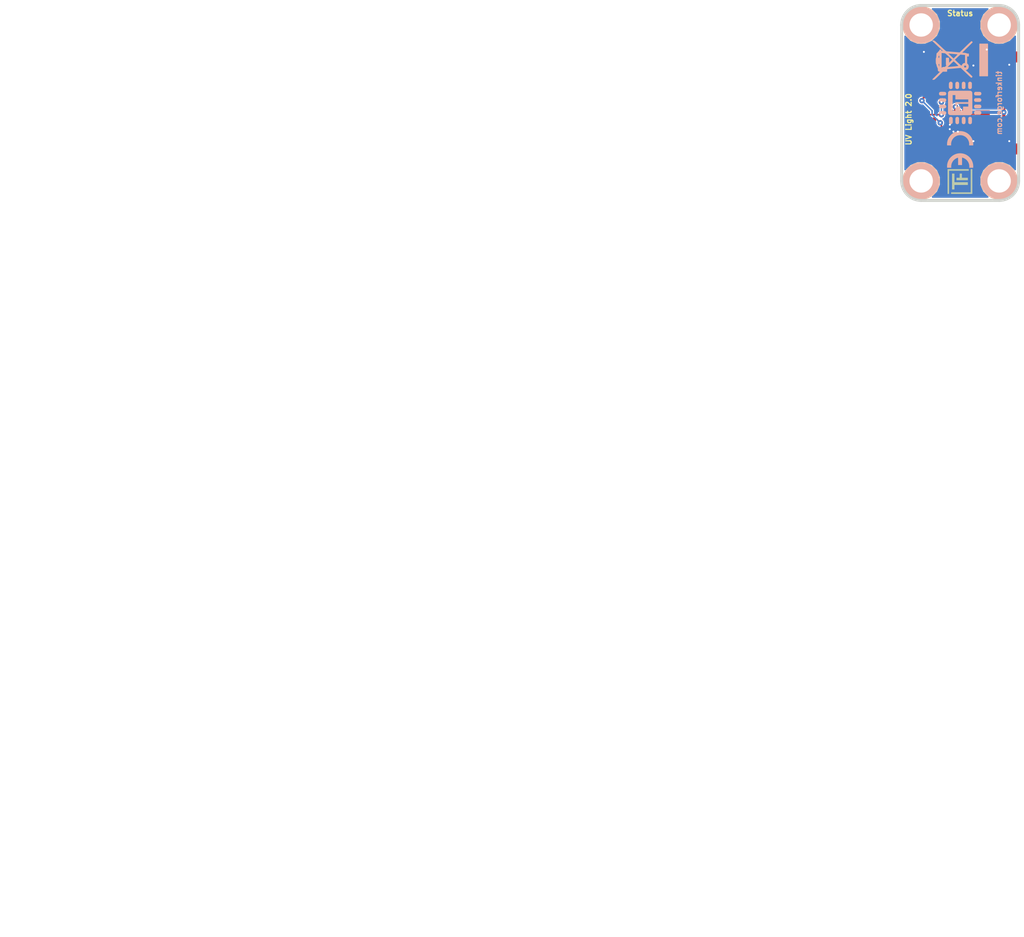
<source format=kicad_pcb>
(kicad_pcb (version 20171130) (host pcbnew 5.0.2-bee76a0~70~ubuntu18.04.1)
  (title_block (title "UV Light Bricklet") (date 2018-02-16) (rev 2.0) (company Tinkerforge) (comment 1 "Licensed under CERN OHL v.1.1") (comment 2 "Copyright (©) 2018, L.Lauer <lukas@tinkerforge.com>"))
  (layers (0 F.Cu signal) (31 B.Cu signal hide) (34 B.Paste user) (35 F.Paste user) (36 B.SilkS user) (37 F.SilkS user) (38 B.Mask user) (39 F.Mask user) (44 Edge.Cuts user))
  (net 0 "")
  (net 1 GND)
  (net 2 VCC)
  (net 3 SCL)
  (net 4 SDA)
  (net 5 "Net-(P1-Pad6)")
  (net 6 "Net-(R1-Pad1)")
  (net 7 "Net-(D1-Pad2)")
  (net 8 "Net-(P1-Pad4)")
  (net 9 "Net-(P1-Pad5)")
  (net 10 "Net-(P2-Pad1)")
  (net 11 "Net-(P3-Pad2)")
  (net 12 S-MISO)
  (net 13 S-MOSI)
  (net 14 S-CLK)
  (net 15 S-CS)
  (net 16 "Net-(C1-Pad2)")
  (net 17 "Net-(P1-Pad1)")
  (net 18 "Net-(RP2-Pad6)")
  (net 19 "Net-(RP2-Pad7)")
  (net 20 "Net-(U1-Pad2)")
  (net 21 "Net-(U1-Pad3)")
  (net 22 "Net-(U1-Pad5)")
  (net 23 "Net-(U1-Pad6)")
  (net 24 "Net-(U1-Pad8)")
  (net 25 "Net-(U1-Pad11)")
  (net 26 "Net-(U1-Pad12)")
  (net 27 "Net-(U1-Pad13)")
  (net 28 "Net-(U1-Pad14)")
  (net 29 "Net-(U1-Pad16)")
  (net 30 ACK)
  (net 31 "Net-(U1-Pad20)")
  (net 32 "Net-(U1-Pad21)")
  (module kicad-libraries:DRILL_NP (layer F.Cu) (at 141.9 97.9 90)
    (fp_text reference U5 hide)
    (fp_text value DRILL hide)
    (pad "" np_thru_hole circle (at 0 0 90) (size 2.99974 2.99974) (drill 2.99974) (layers *.Cu *.Mask F.SilkS) (clearance 0.89916))
  )
  (module kicad-libraries:DRILL_NP (layer F.Cu) (at 131.9 97.9 90)
    (fp_text reference U4 hide)
    (fp_text value DRILL hide)
    (pad "" np_thru_hole circle (at 0 0 90) (size 2.99974 2.99974) (drill 2.99974) (layers *.Cu *.Mask F.SilkS) (clearance 0.89916))
  )
  (module kicad-libraries:Fiducial_Mark (layer F.Cu) (at 130.9 94.4)
    (fp_text reference Fiducial_Mark hide)
    (fp_text value VAL** hide)
    (pad 1 smd circle (at 0 0) (size 1.00076 1.00076) (layers F.Cu F.Paste F.Mask) (clearance 0.65024))
  )
  (module kicad-libraries:Fiducial_Mark (layer F.Cu) (at 137.3 80.2)
    (fp_text reference Fiducial_Mark hide)
    (fp_text value VAL** hide)
    (pad 1 smd circle (at 0 0) (size 1.00076 1.00076) (layers F.Cu F.Paste F.Mask) (clearance 0.65024))
  )
  (module kicad-libraries:CE_5mm (layer B.Cu) (at 136.9 93.9 270)
    (fp_text reference VAL hide)
    (fp_text value CE_5mm hide)
  )
  (module kicad-libraries:Logo_31x31 (layer F.Cu) (at 135.29 99.56 90)
    (fp_text reference G*** hide)
    (fp_text value Logo_31x31 hide)
  )
  (module kicad-libraries:DRILL_NP (layer F.Cu) (at 131.9 77.9 90)
    (fp_text reference U6 hide)
    (fp_text value DRILL hide)
    (pad "" np_thru_hole circle (at 0 0 90) (size 2.99974 2.99974) (drill 2.99974) (layers *.Cu *.Mask F.SilkS) (clearance 0.89916))
  )
  (module kicad-libraries:DRILL_NP (layer F.Cu) (at 141.9 77.9 90)
    (fp_text reference U3 hide)
    (fp_text value DRILL hide)
    (pad "" np_thru_hole circle (at 0 0 90) (size 2.99974 2.99974) (drill 2.99974) (layers *.Cu *.Mask F.SilkS) (clearance 0.89916))
  )
  (module kicad-libraries:C0603F (layer F.Cu) (at 136.3 90.1 90)
    (fp_text reference C3)
    (fp_text value 1uF)
    (pad 1 smd rect (at -0.75 0 90) (size 0.9 0.9) (layers F.Cu F.Paste F.Mask) (net 1 GND))
    (pad 2 smd rect (at 0.75 0 90) (size 0.9 0.9) (layers F.Cu F.Paste F.Mask) (net 2 VCC))
  )
  (module kicad-libraries:C0603F (layer F.Cu) (at 138.6 94.4 270)
    (fp_text reference C5)
    (fp_text value 100nF)
    (pad 1 smd rect (at -0.75 0 270) (size 0.9 0.9) (layers F.Cu F.Paste F.Mask) (net 1 GND))
    (pad 2 smd rect (at 0.75 0 270) (size 0.9 0.9) (layers F.Cu F.Paste F.Mask) (net 2 VCC))
  )
  (module kicad-libraries:D0603F (layer F.Cu) (at 136.9 77.6)
    (fp_text reference D1)
    (fp_text value blue)
    (pad 1 smd rect (at -0.75 0) (size 0.9 0.9) (layers F.Cu F.Paste F.Mask) (net 2 VCC))
    (pad 2 smd rect (at 0.75 0) (size 0.9 0.9) (layers F.Cu F.Paste F.Mask) (net 7 "Net-(D1-Pad2)"))
  )
  (module kicad-libraries:CON-SENSOR2 (layer F.Cu) (at 144.4 87.9 90)
    (fp_text reference P1)
    (fp_text value CON-SENSOR2)
    (pad 1 smd rect (at -3.75 -4.6 90) (size 0.6 1.8) (layers F.Cu F.Paste F.Mask) (net 17 "Net-(P1-Pad1)"))
    (pad 2 smd rect (at -2.5 -4.6 90) (size 0.6 1.8) (layers F.Cu F.Paste F.Mask) (net 1 GND))
    (pad EP smd rect (at -5.9 -1.2 90) (size 1.4 2.4) (layers F.Cu F.Paste F.Mask) (net 1 GND))
    (pad EP smd rect (at 5.9 -1.2 90) (size 1.4 2.4) (layers F.Cu F.Paste F.Mask) (net 1 GND))
    (pad 3 smd rect (at -1.25 -4.6 90) (size 0.6 1.8) (layers F.Cu F.Paste F.Mask) (net 2 VCC))
    (pad 4 smd rect (at 0 -4.6 90) (size 0.6 1.8) (layers F.Cu F.Paste F.Mask) (net 8 "Net-(P1-Pad4)"))
    (pad 5 smd rect (at 1.25 -4.6 90) (size 0.6 1.8) (layers F.Cu F.Paste F.Mask) (net 9 "Net-(P1-Pad5)"))
    (pad 6 smd rect (at 2.5 -4.6 90) (size 0.6 1.8) (layers F.Cu F.Paste F.Mask) (net 5 "Net-(P1-Pad6)"))
    (pad 7 smd rect (at 3.75 -4.6 90) (size 0.6 1.8) (layers F.Cu F.Paste F.Mask) (net 16 "Net-(C1-Pad2)"))
  )
  (module kicad-libraries:DEBUG_PAD (layer F.Cu) (at 131.12 86.97)
    (fp_text reference P2)
    (fp_text value DEBUG)
    (pad 1 smd circle (at 0 0) (size 0.7 0.7) (layers F.Cu F.Paste F.Mask) (net 10 "Net-(P2-Pad1)"))
  )
  (module kicad-libraries:SolderJumper (layer F.Cu) (at 139.21 81.05 180)
    (fp_text reference P3)
    (fp_text value BOOT)
    (pad 2 smd rect (at 0.55 0 180) (size 0.3 1.4) (layers F.Cu F.Mask) (net 11 "Net-(P3-Pad2)"))
    (pad 2 smd rect (at 0.15 0 180) (size 0.6 0.5) (layers F.Cu F.Mask) (net 11 "Net-(P3-Pad2)"))
    (pad 1 smd rect (at -0.5 0 180) (size 0.4 1.4) (layers F.Cu F.Mask) (net 1 GND))
    (pad 1 smd rect (at -0.225 0.55 180) (size 0.95 0.3) (layers F.Cu F.Mask) (net 1 GND))
    (pad 1 smd rect (at -0.225 -0.55 180) (size 0.95 0.3) (layers F.Cu F.Mask) (net 1 GND))
  )
  (module kicad-libraries:R0603F (layer F.Cu) (at 134.9 80.4 45)
    (fp_text reference R1)
    (fp_text value 1k)
    (pad 1 smd rect (at -0.75 0 45) (size 0.9 0.9) (layers F.Cu F.Paste F.Mask) (net 6 "Net-(R1-Pad1)"))
    (pad 2 smd rect (at 0.75 0 45) (size 0.9 0.9) (layers F.Cu F.Paste F.Mask) (net 7 "Net-(D1-Pad2)"))
  )
  (module kicad-libraries:QFN24-4x4mm-0.5mm (layer F.Cu) (at 133.6 84.8 225)
    (fp_text reference U1)
    (fp_text value XMC1100)
    (pad 1 smd oval (at -2.025 -1.25 225) (size 1 0.3) (layers F.Cu F.Paste F.Mask) (net 12 S-MISO))
    (pad 2 smd oval (at -2.025 -0.75 225) (size 1 0.3) (layers F.Cu F.Paste F.Mask) (net 20 "Net-(U1-Pad2)"))
    (pad 3 smd oval (at -2.025 -0.25 225) (size 1 0.3) (layers F.Cu F.Paste F.Mask) (net 21 "Net-(U1-Pad3)"))
    (pad 4 smd oval (at -2.025 0.25 225) (size 1 0.3) (layers F.Cu F.Paste F.Mask) (net 11 "Net-(P3-Pad2)"))
    (pad 5 smd oval (at -2.025 0.75 225) (size 1 0.3) (layers F.Cu F.Paste F.Mask) (net 22 "Net-(U1-Pad5)"))
    (pad 6 smd oval (at -2.025 1.25 225) (size 1 0.3) (layers F.Cu F.Paste F.Mask) (net 23 "Net-(U1-Pad6)"))
    (pad 7 smd oval (at -1.25 2.025 315) (size 1 0.3) (layers F.Cu F.Paste F.Mask) (net 6 "Net-(R1-Pad1)"))
    (pad 8 smd oval (at -0.75 2.025 315) (size 1 0.3) (layers F.Cu F.Paste F.Mask) (net 24 "Net-(U1-Pad8)"))
    (pad 9 smd oval (at -0.25 2.025 315) (size 1 0.3) (layers F.Cu F.Paste F.Mask) (net 1 GND))
    (pad 10 smd oval (at 0.25 2.025 315) (size 1 0.3) (layers F.Cu F.Paste F.Mask) (net 2 VCC))
    (pad 11 smd oval (at 0.75 2.025 315) (size 1 0.3) (layers F.Cu F.Paste F.Mask) (net 25 "Net-(U1-Pad11)"))
    (pad 12 smd oval (at 1.25 2.025 315) (size 1 0.3) (layers F.Cu F.Paste F.Mask) (net 26 "Net-(U1-Pad12)"))
    (pad 13 smd oval (at 2.025 1.25 225) (size 1 0.3) (layers F.Cu F.Paste F.Mask) (net 27 "Net-(U1-Pad13)"))
    (pad 14 smd oval (at 2.025 0.75 225) (size 1 0.3) (layers F.Cu F.Paste F.Mask) (net 28 "Net-(U1-Pad14)"))
    (pad 15 smd oval (at 2.025 0.25 225) (size 1 0.3) (layers F.Cu F.Paste F.Mask) (net 10 "Net-(P2-Pad1)"))
    (pad 16 smd oval (at 2.025 -0.25 225) (size 1 0.3) (layers F.Cu F.Paste F.Mask) (net 29 "Net-(U1-Pad16)"))
    (pad 17 smd oval (at 2.025 -0.75 225) (size 1 0.3) (layers F.Cu F.Paste F.Mask) (net 4 SDA))
    (pad 18 smd oval (at 2.025 -1.25 225) (size 1 0.3) (layers F.Cu F.Paste F.Mask) (net 30 ACK))
    (pad 19 smd oval (at 1.25 -2.025 315) (size 1 0.3) (layers F.Cu F.Paste F.Mask) (net 3 SCL))
    (pad 20 smd oval (at 0.75 -2.025 315) (size 1 0.3) (layers F.Cu F.Paste F.Mask) (net 31 "Net-(U1-Pad20)"))
    (pad 21 smd oval (at 0.25 -2.025 315) (size 1 0.3) (layers F.Cu F.Paste F.Mask) (net 32 "Net-(U1-Pad21)"))
    (pad 22 smd oval (at -0.25 -2.025 315) (size 1 0.3) (layers F.Cu F.Paste F.Mask) (net 15 S-CS))
    (pad 23 smd oval (at -0.75 -2.025 315) (size 1 0.3) (layers F.Cu F.Paste F.Mask) (net 14 S-CLK))
    (pad 24 smd oval (at -1.25 -2.025 315) (size 1 0.3) (layers F.Cu F.Paste F.Mask) (net 13 S-MOSI))
    (pad EXP smd rect (at 0.65 0.65 225) (size 1.3 1.3) (layers F.Cu F.Paste F.Mask) (net 1 GND))
    (pad EXP smd rect (at 0.65 -0.65 225) (size 1.3 1.3) (layers F.Cu F.Paste F.Mask) (net 1 GND))
    (pad EXP smd rect (at -0.65 0.65 225) (size 1.3 1.3) (layers F.Cu F.Paste F.Mask) (net 1 GND))
    (pad EXP smd rect (at -0.65 -0.65 225) (size 1.3 1.3) (layers F.Cu F.Paste F.Mask) (net 1 GND))
  )
  (module kicad-libraries:Logo_CoMCU (layer B.Cu) (at 136.9 87.9 270)
    (fp_text reference G*** hide)
    (fp_text value LOGO hide)
  )
  (module kicad-libraries:WEEE_7mm (layer B.Cu) (at 136.9 82.4 270)
    (fp_text reference VAL hide)
    (fp_text value WEEE_7mm hide)
  )
  (module kicad-libraries:C0805 (layer F.Cu) (at 137.8 90.2 90)
    (fp_text reference C2)
    (fp_text value 10uF)
    (pad 1 smd rect (at -1.00076 0 90) (size 1.00076 1.24968) (layers F.Cu F.Paste F.Mask) (net 1 GND) (clearance 0.14986))
    (pad 2 smd rect (at 1.00076 0 90) (size 1.00076 1.24968) (layers F.Cu F.Paste F.Mask) (net 2 VCC) (clearance 0.14986))
  )
  (module kicad-libraries:C0603F (layer F.Cu) (at 131.2 82.4 225)
    (fp_text reference C4)
    (fp_text value 100nF)
    (pad 1 smd rect (at -0.75 0 225) (size 0.9 0.9) (layers F.Cu F.Paste F.Mask) (net 1 GND))
    (pad 2 smd rect (at 0.75 0 225) (size 0.9 0.9) (layers F.Cu F.Paste F.Mask) (net 2 VCC))
  )
  (module kicad-libraries:4X0402 (layer F.Cu) (at 137.6 85.9 90)
    (fp_text reference RP1)
    (fp_text value 82)
    (pad 1 smd rect (at -0.7493 0.575 270) (size 0.29972 0.65) (layers F.Cu F.Paste F.Mask) (net 8 "Net-(P1-Pad4)"))
    (pad 2 smd rect (at -0.24892 0.575 270) (size 0.29972 0.65) (layers F.Cu F.Paste F.Mask) (net 9 "Net-(P1-Pad5)"))
    (pad 3 smd rect (at 0.24892 0.575 270) (size 0.29972 0.65) (layers F.Cu F.Paste F.Mask) (net 5 "Net-(P1-Pad6)"))
    (pad 4 smd rect (at 0.7493 0.575 270) (size 0.29972 0.65) (layers F.Cu F.Paste F.Mask) (net 16 "Net-(C1-Pad2)"))
    (pad 5 smd rect (at 0.7493 -0.575 90) (size 0.29972 0.65) (layers F.Cu F.Paste F.Mask) (net 12 S-MISO))
    (pad 6 smd rect (at 0.24892 -0.575 90) (size 0.29972 0.65) (layers F.Cu F.Paste F.Mask) (net 13 S-MOSI))
    (pad 7 smd rect (at -0.24892 -0.575 90) (size 0.29972 0.65) (layers F.Cu F.Paste F.Mask) (net 14 S-CLK))
    (pad 8 smd rect (at -0.7493 -0.575 90) (size 0.29972 0.65) (layers F.Cu F.Paste F.Mask) (net 15 S-CS))
  )
  (module kicad-libraries:0603X4 (layer F.Cu) (at 132.5 91.2 90)
    (fp_text reference RP2)
    (fp_text value 2k2)
    (pad 1 smd rect (at 1.19888 -0.8509 90) (size 0.44958 0.89916) (layers F.Cu F.Paste F.Mask) (net 2 VCC))
    (pad 2 smd rect (at 0.39878 -0.8509 90) (size 0.44958 0.89916) (layers F.Cu F.Paste F.Mask) (net 2 VCC))
    (pad 3 smd rect (at -0.39878 -0.8509 90) (size 0.44958 0.89916) (layers F.Cu F.Paste F.Mask) (net 2 VCC))
    (pad 4 smd rect (at -1.19888 -0.8509 90) (size 0.44958 0.89916) (layers F.Cu F.Paste F.Mask) (net 2 VCC))
    (pad 5 smd rect (at -1.19888 0.8509 90) (size 0.44958 0.89916) (layers F.Cu F.Paste F.Mask) (net 3 SCL))
    (pad 6 smd rect (at -0.39878 0.8509 90) (size 0.44958 0.89916) (layers F.Cu F.Paste F.Mask) (net 18 "Net-(RP2-Pad6)"))
    (pad 7 smd rect (at 0.39878 0.8509 90) (size 0.44958 0.89916) (layers F.Cu F.Paste F.Mask) (net 19 "Net-(RP2-Pad7)"))
    (pad 8 smd rect (at 1.19888 0.8509 90) (size 0.44958 0.89916) (layers F.Cu F.Paste F.Mask) (net 4 SDA))
  )
  (module kicad-libraries:C0402F (layer F.Cu) (at 138 83.6 270)
    (fp_text reference C1)
    (fp_text value 220pF)
    (pad 2 smd rect (at 0.5 0 270) (size 0.6 0.7) (layers F.Cu F.Paste F.Mask) (net 16 "Net-(C1-Pad2)"))
    (pad 1 smd rect (at -0.5 0 270) (size 0.6 0.7) (layers F.Cu F.Paste F.Mask) (net 1 GND))
  )
  (module kicad-libraries:OPLGA4 (layer F.Cu) (at 136.9 94.4 270)
    (fp_text reference U2)
    (fp_text value VEML6075)
    (pad 1 smd rect (at -0.9 -0.35 270) (size 1 0.35) (layers F.Cu F.Paste F.Mask) (net 1 GND))
    (pad 2 smd rect (at -0.9 0.35 270) (size 1 0.35) (layers F.Cu F.Paste F.Mask) (net 4 SDA))
    (pad 3 smd rect (at 0.9 0.35 270) (size 1 0.35) (layers F.Cu F.Paste F.Mask) (net 3 SCL))
    (pad 4 smd rect (at 0.9 -0.35 270) (size 1 0.35) (layers F.Cu F.Paste F.Mask) (net 2 VCC))
  )
  (gr_text tinkerforge.com (at 141.9 87.9 90) (layer B.SilkS) (effects (font (size 0.7 0.7)) (justify mirror)))
  (gr_text Status (at 136.9 76.4) (layer F.SilkS) (effects (font (size 0.7 0.7))))
  (gr_line (start 131.9 100.4) (end 141.9 100.4) (angle 90) (layer Edge.Cuts) (width 0.381))
  (gr_line (start 129.4 77.9) (end 129.4 97.9) (angle 90) (layer Edge.Cuts) (width 0.381))
  (gr_line (start 141.9 75.4) (end 131.9 75.4) (angle 90) (layer Edge.Cuts) (width 0.381))
  (gr_line (start 144.4 97.9) (end 144.4 77.9) (angle 90) (layer Edge.Cuts) (width 0.381))
  (gr_arc (start 141.9 97.9) (end 144.4 97.9) (angle 90) (layer Edge.Cuts) (width 0.381))
  (gr_arc (start 131.9 97.9) (end 131.9 100.4) (angle 90) (layer Edge.Cuts) (width 0.381))
  (gr_arc (start 131.9 77.9) (end 129.4 77.9) (angle 90) (layer Edge.Cuts) (width 0.381))
  (gr_arc (start 141.9 77.9) (end 141.9 75.4) (angle 90) (layer Edge.Cuts) (width 0.381))
  (gr_text "UV Light 2.0" (at 130.3 90 90) (layer F.SilkS) (effects (font (size 0.7 0.7))))
  (segment (start 138 83.1) (end 138.6 83.1) (width 0.55) (layer F.Cu) (net 1))
  (via (at 138.6 83.1) (size 0.55) (drill 0.25) (layers F.Cu B.Cu) (net 1))
  (segment (start 138.6 93.65) (end 138.6 92.8) (width 0.3) (layer F.Cu) (net 1))
  (via (at 138.6 92.8) (size 0.7) (drill 0.25) (layers F.Cu B.Cu) (net 1))
  (segment (start 137.25 93.5) (end 138.45 93.5) (width 0.25) (layer F.Cu) (net 1))
  (segment (start 138.45 93.5) (end 138.6 93.65) (width 0.25) (layer F.Cu) (net 1))
  (segment (start 139.435 81.6) (end 139.55 81.6) (width 0.2) (layer F.Cu) (net 1))
  (segment (start 139.55 81.6) (end 139.71 81.44) (width 0.2) (layer F.Cu) (net 1))
  (segment (start 139.71 81.44) (end 139.71 81.1) (width 0.2) (layer F.Cu) (net 1))
  (segment (start 139.71 81.1) (end 139.71 81.05) (width 0.2) (layer F.Cu) (net 1))
  (segment (start 139.435 80.5) (end 139.63 80.5) (width 0.2) (layer F.Cu) (net 1))
  (segment (start 139.63 80.5) (end 139.71 80.58) (width 0.2) (layer F.Cu) (net 1))
  (segment (start 139.71 80.58) (end 139.71 81.06) (width 0.2) (layer F.Cu) (net 1))
  (segment (start 139.71 81.06) (end 139.71 81.05) (width 0.2) (layer F.Cu) (net 1))
  (segment (start 139.71 81.05) (end 140.31 81.05) (width 0.3) (layer F.Cu) (net 1))
  (via (at 140.31 81.05) (size 0.55) (drill 0.25) (layers F.Cu B.Cu) (net 1))
  (segment (start 143.2 93.8) (end 143.2 92.8) (width 0.55) (layer F.Cu) (net 1))
  (via (at 143.2 92.8) (size 0.55) (drill 0.25) (layers F.Cu B.Cu) (net 1))
  (segment (start 143.2 82) (end 143.2 83) (width 0.55) (layer F.Cu) (net 1))
  (via (at 143.2 83) (size 0.55) (drill 0.25) (layers F.Cu B.Cu) (net 1))
  (segment (start 131.73033 81.86967) (end 132.25 81.35) (width 0.55) (layer F.Cu) (net 1))
  (via (at 132.25 81.35) (size 0.55) (drill 0.25) (layers F.Cu B.Cu) (net 1))
  (segment (start 132.344885 83.191332) (end 132.331332 83.191332) (width 0.2) (layer F.Cu) (net 1))
  (segment (start 132.331332 83.191332) (end 131.93 82.79) (width 0.2) (layer F.Cu) (net 1))
  (segment (start 131.93 82.79) (end 131.93 82.06934) (width 0.2) (layer F.Cu) (net 1))
  (segment (start 131.93 82.06934) (end 131.73033 81.86967) (width 0.2) (layer F.Cu) (net 1))
  (segment (start 132.344885 83.191332) (end 132.344885 83.204885) (width 0.2) (layer F.Cu) (net 1))
  (segment (start 132.344885 83.204885) (end 133.020761 83.880761) (width 0.2) (layer F.Cu) (net 1))
  (segment (start 133.020761 83.880761) (end 133.6 83.880761) (width 0.2) (layer F.Cu) (net 1))
  (segment (start 133.6 85.719239) (end 132.680761 84.8) (width 0.3) (layer F.Cu) (net 1))
  (segment (start 134.519239 84.8) (end 133.6 85.719239) (width 0.3) (layer F.Cu) (net 1))
  (segment (start 133.6 83.880761) (end 134.519239 84.8) (width 0.3) (layer F.Cu) (net 1))
  (segment (start 132.680761 84.8) (end 133.6 83.880761) (width 0.3) (layer F.Cu) (net 1))
  (segment (start 135.58 90.69) (end 136.14 90.69) (width 0.55) (layer F.Cu) (net 1))
  (via (at 135.58 90.69) (size 0.55) (drill 0.25) (layers F.Cu B.Cu) (net 1))
  (segment (start 136.14 90.69) (end 136.3 90.85) (width 0.55) (layer F.Cu) (net 1))
  (segment (start 136.04 91.58) (end 135.89 91.58) (width 0.55) (layer F.Cu) (net 1))
  (via (at 135.57 91.26) (size 0.55) (drill 0.25) (layers F.Cu B.Cu) (net 1))
  (segment (start 135.98 90.85) (end 135.57 91.26) (width 0.55) (layer F.Cu) (net 1))
  (segment (start 135.74 90.85) (end 135.58 90.69) (width 0.55) (layer F.Cu) (net 1))
  (segment (start 135.74 90.85) (end 136.3 90.85) (width 0.55) (layer F.Cu) (net 1))
  (segment (start 135.58 91.25) (end 135.57 91.26) (width 0.55) (layer F.Cu) (net 1))
  (segment (start 135.58 90.69) (end 135.58 91.25) (width 0.55) (layer F.Cu) (net 1))
  (via (at 136.04 91.58) (size 0.55) (drill 0.25) (layers F.Cu B.Cu) (net 1))
  (segment (start 135.89 91.58) (end 135.57 91.26) (width 0.55) (layer F.Cu) (net 1))
  (segment (start 136.61 91.58) (end 136.04 91.58) (width 0.55) (layer F.Cu) (net 1))
  (via (at 136.61 91.58) (size 0.55) (drill 0.25) (layers F.Cu B.Cu) (net 1))
  (segment (start 136.3 91.27) (end 136.61 91.58) (width 0.55) (layer F.Cu) (net 1))
  (segment (start 136.3 91.32) (end 136.04 91.58) (width 0.55) (layer F.Cu) (net 1))
  (segment (start 136.3 91.32) (end 136.3 90.85) (width 0.55) (layer F.Cu) (net 1))
  (segment (start 137.8 91.30076) (end 137.22076 91.30076) (width 0.55) (layer F.Cu) (net 1))
  (segment (start 137.22076 91.30076) (end 136.77 90.85) (width 0.55) (layer F.Cu) (net 1))
  (segment (start 136.77 90.85) (end 136.3 90.85) (width 0.55) (layer F.Cu) (net 1))
  (segment (start 139.8 90.4) (end 138.70076 90.4) (width 0.55) (layer F.Cu) (net 1))
  (segment (start 138.70076 90.4) (end 137.8 91.30076) (width 0.55) (layer F.Cu) (net 1))
  (segment (start 131.6491 91.59878) (end 130.89878 91.59878) (width 0.3) (layer F.Cu) (net 2))
  (segment (start 130.89878 91.59878) (end 130.3 91) (width 0.3) (layer F.Cu) (net 2))
  (segment (start 131.6491 90.80122) (end 130.80122 90.80122) (width 0.3) (layer F.Cu) (net 2))
  (segment (start 130.80122 90.80122) (end 130.3 90.3) (width 0.3) (layer F.Cu) (net 2))
  (segment (start 131.6491 90.00112) (end 130.80112 90.00112) (width 0.3) (layer F.Cu) (net 2))
  (segment (start 130.80112 90.00112) (end 130.3 89.5) (width 0.3) (layer F.Cu) (net 2))
  (segment (start 130.66967 82.93033) (end 130.3 83.3) (width 0.3) (layer F.Cu) (net 2))
  (segment (start 130.99888 92.39888) (end 131.6491 92.39888) (width 0.3) (layer F.Cu) (net 2))
  (segment (start 130.3 91.7) (end 130.99888 92.39888) (width 0.3) (layer F.Cu) (net 2))
  (segment (start 130.3 83.3) (end 130.3 89.5) (width 0.3) (layer F.Cu) (net 2))
  (segment (start 130.3 89.5) (end 130.3 90.3) (width 0.3) (layer F.Cu) (net 2))
  (segment (start 130.3 90.3) (end 130.3 91) (width 0.3) (layer F.Cu) (net 2))
  (segment (start 130.3 91) (end 130.3 91.7) (width 0.3) (layer F.Cu) (net 2))
  (segment (start 136.15 77.6) (end 136.15 77.15) (width 0.4) (layer F.Cu) (net 2))
  (segment (start 136.15 77.15) (end 136.9 76.4) (width 0.4) (layer F.Cu) (net 2))
  (segment (start 142.5 84.4) (end 142.5 89.1) (width 0.4) (layer F.Cu) (net 2))
  (segment (start 141.1 83) (end 142.5 84.4) (width 0.4) (layer F.Cu) (net 2))
  (segment (start 141.1 80.9) (end 141.1 83) (width 0.4) (layer F.Cu) (net 2))
  (segment (start 138.8 78.6) (end 141.1 80.9) (width 0.4) (layer F.Cu) (net 2))
  (segment (start 138.8 76.7) (end 138.8 78.6) (width 0.4) (layer F.Cu) (net 2))
  (segment (start 138.5 76.4) (end 138.8 76.7) (width 0.4) (layer F.Cu) (net 2))
  (segment (start 136.9 76.4) (end 138.5 76.4) (width 0.4) (layer F.Cu) (net 2))
  (segment (start 142.5 89.1) (end 137 89.1) (width 0.4) (layer B.Cu) (net 2))
  (segment (start 137 89.1) (end 136.3 88.4) (width 0.4) (layer B.Cu) (net 2))
  (segment (start 136.3 89.35) (end 136.3 88.4) (width 0.4) (layer F.Cu) (net 2))
  (via (at 136.3 88.4) (size 0.7) (drill 0.25) (layers F.Cu B.Cu) (net 2))
  (segment (start 142.5 91.7) (end 142.5 89.1) (width 0.4) (layer F.Cu) (net 2))
  (via (at 142.5 89.1) (size 0.7) (drill 0.25) (layers F.Cu B.Cu) (net 2))
  (segment (start 142.5 91.7) (end 139.05 95.15) (width 0.4) (layer F.Cu) (net 2))
  (segment (start 131.991332 83.544885) (end 131.974885 83.544885) (width 0.2) (layer F.Cu) (net 2))
  (segment (start 131.974885 83.544885) (end 131.61 83.18) (width 0.2) (layer F.Cu) (net 2))
  (segment (start 136.15 77.6) (end 136.15 77.69) (width 0.3) (layer F.Cu) (net 2))
  (segment (start 136.15 77.69) (end 133.13 80.71) (width 0.3) (layer F.Cu) (net 2))
  (segment (start 133.13 80.71) (end 131.58 80.71) (width 0.3) (layer F.Cu) (net 2))
  (segment (start 131.58 80.71) (end 130.33 81.96) (width 0.3) (layer F.Cu) (net 2))
  (segment (start 130.33 81.96) (end 130.33 82.59066) (width 0.3) (layer F.Cu) (net 2))
  (segment (start 139.8 89.15) (end 137.94924 89.15) (width 0.55) (layer F.Cu) (net 2))
  (segment (start 137.8 89.29924) (end 136.35076 89.29924) (width 0.55) (layer F.Cu) (net 2))
  (segment (start 136.35076 89.29924) (end 136.3 89.35) (width 0.55) (layer F.Cu) (net 2))
  (segment (start 137.94924 89.15) (end 137.8 89.29924) (width 0.55) (layer F.Cu) (net 2))
  (segment (start 131.61 83.18) (end 130.91934 83.18) (width 0.2) (layer F.Cu) (net 2))
  (segment (start 130.91934 83.18) (end 130.66967 82.93033) (width 0.2) (layer F.Cu) (net 2))
  (segment (start 130.66967 82.93033) (end 130.66967 82.95033) (width 0.3) (layer F.Cu) (net 2))
  (segment (start 130.33 82.59066) (end 130.66967 82.93033) (width 0.3) (layer F.Cu) (net 2))
  (segment (start 138.6 95.15) (end 139.05 95.15) (width 0.4) (layer F.Cu) (net 2))
  (segment (start 137.25 95.3) (end 138.45 95.3) (width 0.25) (layer F.Cu) (net 2))
  (segment (start 138.45 95.3) (end 138.6 95.15) (width 0.25) (layer F.Cu) (net 2))
  (segment (start 133.3509 92.39888) (end 132.79888 92.39888) (width 0.2) (layer F.Cu) (net 3))
  (via (at 134.5 87.8) (size 0.7) (drill 0.25) (layers F.Cu B.Cu) (net 3))
  (segment (start 134.5 87.8) (end 134.5 87.467767) (width 0.25) (layer F.Cu) (net 3))
  (segment (start 134.5 89.4) (end 134.5 87.8) (width 0.2) (layer B.Cu) (net 3))
  (via (at 134.5 89.4) (size 0.7) (drill 0.25) (layers F.Cu B.Cu) (net 3))
  (segment (start 132.7 89.4) (end 134.5 89.4) (width 0.2) (layer F.Cu) (net 3))
  (segment (start 132.5 89.6) (end 132.7 89.4) (width 0.2) (layer F.Cu) (net 3))
  (segment (start 132.5 92.1) (end 132.5 89.6) (width 0.2) (layer F.Cu) (net 3))
  (segment (start 132.79888 92.39888) (end 132.5 92.1) (width 0.2) (layer F.Cu) (net 3))
  (segment (start 134.148008 87.115775) (end 134.5 87.467767) (width 0.25) (layer F.Cu) (net 3))
  (segment (start 136.55 95.3) (end 135.4 95.3) (width 0.2) (layer F.Cu) (net 3))
  (segment (start 134.9 93.6) (end 133.69888 92.39888) (width 0.2) (layer F.Cu) (net 3))
  (segment (start 134.9 94.8) (end 134.9 93.6) (width 0.2) (layer F.Cu) (net 3))
  (segment (start 135.4 95.3) (end 134.9 94.8) (width 0.2) (layer F.Cu) (net 3))
  (segment (start 133.69888 92.39888) (end 133.3509 92.39888) (width 0.25) (layer F.Cu) (net 3))
  (segment (start 134.175775 87.115775) (end 134.148008 87.115775) (width 0.2) (layer F.Cu) (net 3))
  (via (at 134.35 90.45) (size 0.7) (drill 0.25) (layers F.Cu B.Cu) (net 4))
  (segment (start 132 87.46066) (end 132 87.6) (width 0.25) (layer F.Cu) (net 4))
  (via (at 132 87.6) (size 0.7) (drill 0.25) (layers F.Cu B.Cu) (net 4))
  (segment (start 132.698439 86.762221) (end 132 87.46066) (width 0.25) (layer F.Cu) (net 4))
  (segment (start 133.3 88.9) (end 132 87.6) (width 0.2) (layer B.Cu) (net 4))
  (segment (start 133.3 89.4) (end 133.3 88.9) (width 0.2) (layer B.Cu) (net 4))
  (segment (start 133.3 89.4) (end 134.35 90.45) (width 0.2) (layer B.Cu) (net 4))
  (segment (start 136.55 93.5) (end 135.5 93.5) (width 0.2) (layer F.Cu) (net 4))
  (segment (start 133.90112 90.00112) (end 133.3509 90.00112) (width 0.2) (layer F.Cu) (net 4))
  (segment (start 134.5 90.6) (end 134.35 90.45) (width 0.25) (layer F.Cu) (net 4))
  (segment (start 134.35 90.45) (end 133.90112 90.00112) (width 0.2) (layer F.Cu) (net 4))
  (segment (start 134.5 92.5) (end 134.5 90.6) (width 0.2) (layer F.Cu) (net 4))
  (segment (start 135.5 93.5) (end 134.5 92.5) (width 0.2) (layer F.Cu) (net 4))
  (segment (start 138.175 85.65108) (end 138.64892 85.65108) (width 0.2) (layer F.Cu) (net 5))
  (segment (start 138.64892 85.65108) (end 138.9 85.4) (width 0.2) (layer F.Cu) (net 5))
  (segment (start 138.9 85.4) (end 139.8 85.4) (width 0.2) (layer F.Cu) (net 5))
  (segment (start 139.8 85.4) (end 139 85.4) (width 0.2) (layer F.Cu) (net 5))
  (segment (start 133.051992 82.484225) (end 133.065775 82.484225) (width 0.3) (layer F.Cu) (net 6))
  (segment (start 133.065775 82.484225) (end 134.35967 81.19033) (width 0.2) (layer F.Cu) (net 6))
  (segment (start 134.35967 81.19033) (end 134.35967 80.93033) (width 0.3) (layer F.Cu) (net 6))
  (segment (start 135.42033 79.86967) (end 135.44033 79.86967) (width 0.3) (layer F.Cu) (net 7))
  (segment (start 135.44033 79.86967) (end 136.76 78.55) (width 0.2) (layer F.Cu) (net 7))
  (segment (start 136.76 78.55) (end 137.22 78.55) (width 0.2) (layer F.Cu) (net 7))
  (segment (start 137.22 78.55) (end 137.65 78.12) (width 0.2) (layer F.Cu) (net 7))
  (segment (start 137.65 78.12) (end 137.65 77.6) (width 0.2) (layer F.Cu) (net 7))
  (segment (start 138.175 86.6493) (end 138.3493 86.6493) (width 0.2) (layer F.Cu) (net 8))
  (segment (start 138.3493 86.6493) (end 138.6 86.9) (width 0.2) (layer F.Cu) (net 8))
  (segment (start 138.6 86.9) (end 138.6 87.7) (width 0.2) (layer F.Cu) (net 8))
  (segment (start 138.6 87.7) (end 138.8 87.9) (width 0.2) (layer F.Cu) (net 8))
  (segment (start 138.8 87.9) (end 139.8 87.9) (width 0.2) (layer F.Cu) (net 8))
  (segment (start 138.175 86.14892) (end 138.54892 86.14892) (width 0.2) (layer F.Cu) (net 9))
  (segment (start 138.54892 86.14892) (end 139.05 86.65) (width 0.2) (layer F.Cu) (net 9))
  (segment (start 139.05 86.65) (end 139.8 86.65) (width 0.2) (layer F.Cu) (net 9))
  (segment (start 139.8 86.65) (end 139.05 86.65) (width 0.2) (layer F.Cu) (net 9))
  (segment (start 131.12 86.97) (end 131.12 86.926447) (width 0.2) (layer F.Cu) (net 10))
  (segment (start 131.12 86.926447) (end 131.991332 86.055115) (width 0.2) (layer F.Cu) (net 10))
  (segment (start 131.991332 86.055115) (end 131.991332 86.098668) (width 0.2) (layer F.Cu) (net 10))
  (segment (start 138.5 81.05) (end 138.45 81.05) (width 0.2) (layer F.Cu) (net 11))
  (segment (start 137.5 82) (end 136.05 82) (width 0.2) (layer F.Cu) (net 11))
  (segment (start 138.45 81.05) (end 137.5 82) (width 0.2) (layer F.Cu) (net 11))
  (segment (start 138.66 81.05) (end 138.5 81.05) (width 0.2) (layer F.Cu) (net 11))
  (segment (start 136.05 82) (end 134.82 83.23) (width 0.2) (layer F.Cu) (net 11))
  (segment (start 134.82 83.23) (end 134.855115 83.191332) (width 0.2) (layer F.Cu) (net 11))
  (segment (start 139.06 81.05) (end 138.7 81.05) (width 0.2) (layer F.Cu) (net 11))
  (segment (start 138.7 81.05) (end 138.66 81.05) (width 0.2) (layer F.Cu) (net 11))
  (segment (start 137.025 85.1507) (end 136.6507 85.1507) (width 0.2) (layer F.Cu) (net 12))
  (segment (start 136.6507 85.1507) (end 135.915775 84.415775) (width 0.2) (layer F.Cu) (net 12))
  (segment (start 135.915775 84.415775) (end 135.915775 84.251992) (width 0.2) (layer F.Cu) (net 12))
  (segment (start 135.915775 85.348008) (end 136.218847 85.65108) (width 0.2) (layer F.Cu) (net 13))
  (segment (start 136.218847 85.65108) (end 137.025 85.65108) (width 0.2) (layer F.Cu) (net 13))
  (segment (start 135.562221 85.701561) (end 136.00958 86.14892) (width 0.2) (layer F.Cu) (net 14))
  (segment (start 136.00958 86.14892) (end 137.025 86.14892) (width 0.2) (layer F.Cu) (net 14))
  (segment (start 135.208668 86.055115) (end 135.802853 86.6493) (width 0.2) (layer F.Cu) (net 15))
  (segment (start 135.802853 86.6493) (end 137.025 86.6493) (width 0.2) (layer F.Cu) (net 15))
  (segment (start 138.175 85.1507) (end 138.175 84.425) (width 0.2) (layer F.Cu) (net 16))
  (segment (start 138.175 84.425) (end 138 84.25) (width 0.2) (layer F.Cu) (net 16))
  (segment (start 139.8 84.15) (end 138.1 84.15) (width 0.2) (layer F.Cu) (net 16))
  (segment (start 138.1 84.15) (end 138 84.25) (width 0.2) (layer F.Cu) (net 16))
  (segment (start 138.075 84.325) (end 138 84.25) (width 0.2) (layer F.Cu) (net 16))
  (zone (net 1) (net_name GND) (layer B.Cu) (connect_pads yes (clearance 0.15)) (min_thickness 0.1778) (fill yes (arc_segments 16) (thermal_gap 0.381) (thermal_bridge_width 0.381))
    (polygon (pts (xy 144.4 100.4) (xy 129.4 100.4) (xy 129.4 75.4) (xy 144.4 75.4)))
  )
)
</source>
